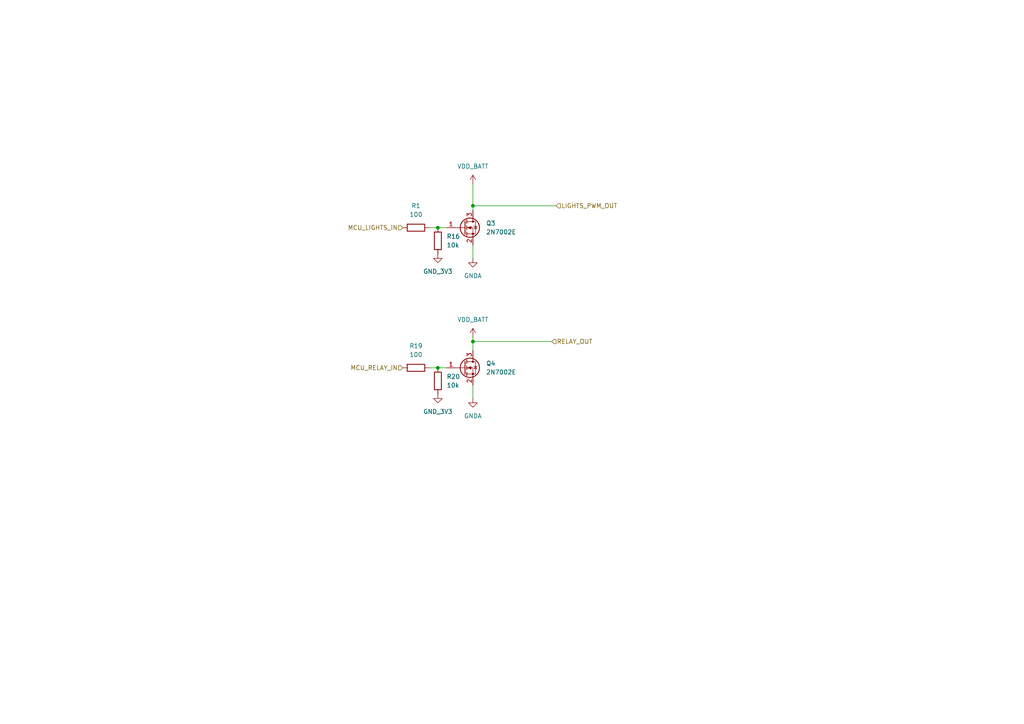
<source format=kicad_sch>
(kicad_sch (version 20231120) (generator "eeschema") (generator_version "8.0")
  (paper "A4")
  (lib_symbols
    (symbol "Device:R" (pin_numbers hide) (pin_names (offset 0))
      (property "Reference" "R" (at 2.032 0 90))
      (property "Value" "R" (at 0 0 90))
      (symbol "R_0_1"
        (rectangle (start -1.016 -2.54) (end 1.016 2.54) (stroke (width 0.254)))
      )
      (symbol "R_1_1"
        (pin passive line (at 0 3.81 270) (length 1.27) (name "~") (number "1"))
        (pin passive line (at 0 -3.81 90) (length 1.27) (name "~") (number "2"))
      )
    )
    (symbol "Transistor_FET:2N7002E" (pin_names hide)
      (property "Reference" "Q" (at 5.08 1.905 0))
      (property "Value" "2N7002E" (at 5.08 0 0))
      (symbol "2N7002E_0_1"
        (polyline (pts (xy 0.254 0) (xy -2.54 0)))
        (polyline (pts (xy 0.254 1.905) (xy 0.254 -1.905)) (stroke (width 0.254)))
        (polyline (pts (xy 0.762 -1.27) (xy 0.762 -2.286)) (stroke (width 0.254)))
        (polyline (pts (xy 0.762 0.508) (xy 0.762 -0.508)) (stroke (width 0.254)))
        (polyline (pts (xy 0.762 2.286) (xy 0.762 1.27)) (stroke (width 0.254)))
        (polyline (pts (xy 2.54 2.54) (xy 2.54 1.778)))
        (polyline (pts (xy 2.54 -2.54) (xy 2.54 0) (xy 0.762 0)))
        (polyline (pts (xy 0.762 -1.778) (xy 3.302 -1.778) (xy 3.302 1.778) (xy 0.762 1.778)))
        (polyline (pts (xy 1.016 0) (xy 2.032 0.381) (xy 2.032 -0.381) (xy 1.016 0)) (fill (type outline)))
        (polyline (pts (xy 2.794 0.508) (xy 2.921 0.381) (xy 3.683 0.381) (xy 3.81 0.254)))
        (polyline (pts (xy 3.302 0.381) (xy 2.921 -0.254) (xy 3.683 -0.254) (xy 3.302 0.381)))
        (circle (center 1.651 0) (radius 2.794) (stroke (width 0.254)))
        (circle (center 2.54 -1.778) (radius 0.254) (fill (type outline)))
        (circle (center 2.54 1.778) (radius 0.254) (fill (type outline)))
      )
      (symbol "2N7002E_1_1"
        (pin input line (at -5.08 0 0) (length 2.54) (name "G") (number "1"))
        (pin passive line (at 2.54 -5.08 90) (length 2.54) (name "S") (number "2"))
        (pin passive line (at 2.54 5.08 270) (length 2.54) (name "D") (number "3"))
      )
    )
    (symbol "power:+3V3" (power) (pin_numbers hide) (pin_names (offset 0) hide)
      (property "Value" "+3V3" (at 0 3.556 0))
      (symbol "+3V3_0_1"
        (polyline (pts (xy -0.762 1.27) (xy 0 2.54)))
        (polyline (pts (xy 0 0) (xy 0 2.54)))
        (polyline (pts (xy 0 2.54) (xy 0.762 1.27)))
      )
      (symbol "+3V3_1_1"
        (pin power_in line (at 0 0 90) (length 0) (name "~") (number "1"))
      )
    )
    (symbol "power:GND" (power) (pin_numbers hide) (pin_names (offset 0) hide)
      (property "Value" "GND" (at 0 -3.81 0))
      (symbol "GND_0_1"
        (polyline (pts (xy 0 0) (xy 0 -1.27) (xy 1.27 -1.27) (xy 0 -2.54) (xy -1.27 -1.27) (xy 0 -1.27)))
      )
      (symbol "GND_1_1"
        (pin power_in line (at 0 0 270) (length 0) (name "~") (number "1"))
      )
    )
    (symbol "power:GNDA" (power) (pin_numbers hide) (pin_names (offset 0) hide)
      (property "Value" "GNDA" (at 0 -3.81 0))
      (symbol "GNDA_0_1"
        (polyline (pts (xy 0 0) (xy 0 -1.27) (xy 1.27 -1.27) (xy 0 -2.54) (xy -1.27 -1.27) (xy 0 -1.27)))
      )
      (symbol "GNDA_1_1"
        (pin power_in line (at 0 0 270) (length 0) (name "~") (number "1"))
      )
    )
  )
  (junction (at 137.16 99.06))
  (junction (at 137.16 59.69))
  (junction (at 127 106.68))
  (junction (at 127 66.04))
  (wire (pts (xy 137.16 99.06) (xy 137.16 101.6)))
  (wire (pts (xy 137.16 115.57) (xy 137.16 111.76)))
  (wire (pts (xy 127 66.04) (xy 129.54 66.04)))
  (wire (pts (xy 124.46 66.04) (xy 127 66.04)))
  (wire (pts (xy 127 106.68) (xy 129.54 106.68)))
  (wire (pts (xy 160.02 99.06) (xy 137.16 99.06)))
  (wire (pts (xy 137.16 74.93) (xy 137.16 71.12)))
  (wire (pts (xy 161.29 59.69) (xy 137.16 59.69)))
  (wire (pts (xy 137.16 59.69) (xy 137.16 60.96)))
  (wire (pts (xy 124.46 106.68) (xy 127 106.68)))
  (wire (pts (xy 137.16 53.34) (xy 137.16 59.69)))
  (wire (pts (xy 137.16 97.79) (xy 137.16 99.06)))
  (hierarchical_label "MCU_RELAY_IN" (shape input) (at 116.84 106.68 180))
  (hierarchical_label "MCU_LIGHTS_IN" (shape input) (at 116.84 66.04 180))
  (hierarchical_label "RELAY_OUT" (shape input) (at 160.02 99.06 0))
  (hierarchical_label "LIGHTS_PWM_OUT" (shape input) (at 161.29 59.69 0))
  (symbol (lib_id "power:GND") (at 127 73.66 0) (unit 1)
    (property "Reference" "#PWR090" (effects (hide yes)))
    (property "Value" "GND_3V3" (at 127 78.74 0))
    (property "Description" "Power symbol creates a global label with name \"GND\" , ground" (effects (hide yes)))
  )
  (symbol (lib_id "power:GNDA") (at 137.16 74.93 0) (unit 1)
    (property "Reference" "#PWR088" (effects (hide yes)))
    (property "Value" "GNDA" (at 137.16 80.01 0))
    (property "Description" "Power symbol creates a global label with name \"GNDA\" , analog ground" (effects (hide yes)))
  )
  (symbol (lib_id "Device:R") (at 120.65 66.04 90) (unit 1)
    (property "Reference" "R1" (at 120.65 59.69 90))
    (property "Value" "100" (at 120.65 62.23 90))
    (property "Footprint" "Resistor_SMD:R_0201_0603Metric" (effects (hide yes)))
    (property "Description" "Resistor" (effects (hide yes)))
  )
  (symbol (lib_id "power:GND") (at 127 114.3 0) (unit 1)
    (property "Reference" "#PWR096" (effects (hide yes)))
    (property "Value" "GND_3V3" (at 127 119.38 0))
    (property "Description" "Power symbol creates a global label with name \"GND\" , ground" (effects (hide yes)))
  )
  (symbol (lib_id "power:+3V3") (at 137.16 97.79 0) (unit 1)
    (property "Reference" "#PWR097" (effects (hide yes)))
    (property "Value" "VDD_BATT" (at 137.16 92.71 0))
    (property "Description" "Power symbol creates a global label with name \"+3V3\"" (effects (hide yes)))
  )
  (symbol (lib_id "power:+3V3") (at 137.16 53.34 0) (unit 1)
    (property "Reference" "#PWR0103" (effects (hide yes)))
    (property "Value" "VDD_BATT" (at 137.16 48.26 0))
    (property "Description" "Power symbol creates a global label with name \"+3V3\"" (effects (hide yes)))
  )
  (symbol (lib_id "power:GNDA") (at 137.16 115.57 0) (unit 1)
    (property "Reference" "#PWR089" (effects (hide yes)))
    (property "Value" "GNDA" (at 137.16 120.65 0))
    (property "Description" "Power symbol creates a global label with name \"GNDA\" , analog ground" (effects (hide yes)))
  )
  (symbol (lib_id "Transistor_FET:2N7002E") (at 134.62 106.68 0) (unit 1)
    (property "Reference" "Q4" (at 140.97 105.4099 0) (effects (justify left)))
    (property "Value" "2N7002E" (at 140.97 107.9499 0) (effects (justify left)))
    (property "Footprint" "Package_TO_SOT_SMD:SOT-23" (effects (hide yes)))
    (property "Datasheet" "http://www.diodes.com/assets/Datasheets/ds30376.pdf" (effects (hide yes)))
    (property "Description" "0.24A Id, 60V Vds, N-Channel MOSFET, SOT-23" (effects (hide yes)))
  )
  (symbol (lib_id "Device:R") (at 127 69.85 180) (unit 1)
    (property "Reference" "R16" (at 129.54 68.5799 0) (effects (justify right)))
    (property "Value" "10k" (at 129.54 71.1199 0) (effects (justify right)))
    (property "Footprint" "Resistor_SMD:R_0201_0603Metric" (effects (hide yes)))
    (property "Description" "Resistor" (effects (hide yes)))
  )
  (symbol (lib_id "Device:R") (at 127 110.49 180) (unit 1)
    (property "Reference" "R20" (at 129.54 109.2199 0) (effects (justify right)))
    (property "Value" "10k" (at 129.54 111.7599 0) (effects (justify right)))
    (property "Footprint" "Resistor_SMD:R_0201_0603Metric" (effects (hide yes)))
    (property "Description" "Resistor" (effects (hide yes)))
  )
  (symbol (lib_id "Transistor_FET:2N7002E") (at 134.62 66.04 0) (unit 1)
    (property "Reference" "Q3" (at 140.97 64.7699 0) (effects (justify left)))
    (property "Value" "2N7002E" (at 140.97 67.3099 0) (effects (justify left)))
    (property "Footprint" "Package_TO_SOT_SMD:SOT-23" (effects (hide yes)))
    (property "Datasheet" "http://www.diodes.com/assets/Datasheets/ds30376.pdf" (effects (hide yes)))
    (property "Description" "0.24A Id, 60V Vds, N-Channel MOSFET, SOT-23" (effects (hide yes)))
  )
  (symbol (lib_id "Device:R") (at 120.65 106.68 90) (unit 1)
    (property "Reference" "R19" (at 120.65 100.33 90))
    (property "Value" "100" (at 120.65 102.87 90))
    (property "Footprint" "Resistor_SMD:R_0201_0603Metric" (effects (hide yes)))
    (property "Description" "Resistor" (effects (hide yes)))
  )
)
</source>
